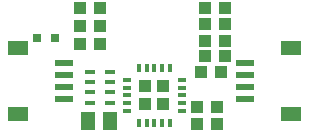
<source format=gbr>
G04 EAGLE Gerber RS-274X export*
G75*
%MOMM*%
%FSLAX34Y34*%
%LPD*%
%INSolderpaste Top*%
%IPPOS*%
%AMOC8*
5,1,8,0,0,1.08239X$1,22.5*%
G01*
%ADD10R,1.075000X1.000000*%
%ADD11R,1.240000X1.500000*%
%ADD12R,1.550000X0.600000*%
%ADD13R,1.800000X1.200000*%
%ADD14R,0.800000X0.800000*%
%ADD15R,0.900000X0.450000*%
%ADD16R,0.400000X0.750000*%
%ADD17R,0.750000X0.400000*%
%ADD18R,1.016000X1.016000*%


D10*
X80890Y120650D03*
X63890Y120650D03*
X80890Y150495D03*
X63890Y150495D03*
X169935Y150495D03*
X186935Y150495D03*
X179950Y52705D03*
X162950Y52705D03*
X186935Y137160D03*
X169935Y137160D03*
X63890Y135255D03*
X80890Y135255D03*
X179950Y66675D03*
X162950Y66675D03*
D11*
X70510Y55245D03*
X89510Y55245D03*
D12*
X203460Y83900D03*
X203460Y93900D03*
X203460Y73900D03*
X203460Y103900D03*
D13*
X242460Y60900D03*
X242460Y116900D03*
D12*
X50540Y93900D03*
X50540Y83900D03*
X50540Y103900D03*
X50540Y73900D03*
D13*
X11540Y116900D03*
X11540Y60900D03*
D14*
X28060Y125730D03*
X43060Y125730D03*
D15*
X89780Y96820D03*
X72780Y96820D03*
X89780Y87820D03*
X89780Y79820D03*
X89780Y70820D03*
X72780Y70820D03*
X72780Y87820D03*
X72780Y79820D03*
D16*
X140000Y100335D03*
X133500Y100335D03*
X127000Y100335D03*
X120500Y100335D03*
X114000Y100335D03*
D17*
X103500Y89835D03*
X103500Y83335D03*
X103500Y76835D03*
X103500Y70335D03*
X103500Y63835D03*
D16*
X114000Y53335D03*
X120500Y53335D03*
X127000Y53335D03*
X133500Y53335D03*
X140000Y53335D03*
D17*
X150500Y63835D03*
X150500Y70335D03*
X150500Y76835D03*
X150500Y83335D03*
X150500Y89835D03*
D18*
X134620Y84455D03*
X134620Y69215D03*
X119380Y84455D03*
X119380Y69215D03*
D10*
X183125Y96520D03*
X166125Y96520D03*
X169935Y109855D03*
X186935Y109855D03*
X186935Y123190D03*
X169935Y123190D03*
M02*

</source>
